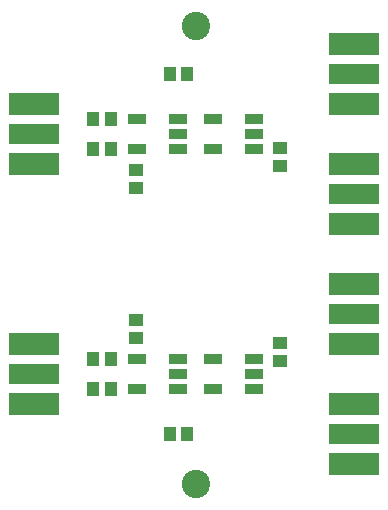
<source format=gts>
G04*
G04 #@! TF.GenerationSoftware,Altium Limited,Altium Designer,24.4.1 (13)*
G04*
G04 Layer_Color=8388736*
%FSLAX25Y25*%
%MOIN*%
G70*
G04*
G04 #@! TF.SameCoordinates,70BA40AD-3E04-444A-AD5C-AF6B0887806A*
G04*
G04*
G04 #@! TF.FilePolarity,Negative*
G04*
G01*
G75*
%ADD14R,0.06312X0.03792*%
%ADD15R,0.16800X0.06800*%
%ADD16R,0.16800X0.07800*%
%ADD17R,0.05131X0.03950*%
%ADD18R,0.03950X0.05131*%
%ADD19R,0.05131X0.03950*%
%ADD20R,0.03950X0.05131*%
%ADD21C,0.09461*%
D14*
X-33295Y-15000D02*
D03*
Y-20000D02*
D03*
Y-25000D02*
D03*
X-46799D02*
D03*
Y-15000D02*
D03*
X-33295Y-95000D02*
D03*
Y-100000D02*
D03*
Y-105000D02*
D03*
X-46799D02*
D03*
Y-95000D02*
D03*
X-58610Y-15000D02*
D03*
Y-20000D02*
D03*
Y-25000D02*
D03*
X-72114D02*
D03*
Y-15000D02*
D03*
X-58610Y-95000D02*
D03*
Y-100000D02*
D03*
Y-105000D02*
D03*
X-72114D02*
D03*
Y-95000D02*
D03*
D15*
X-106362Y-20000D02*
D03*
Y-100000D02*
D03*
X0Y-40000D02*
D03*
Y-80000D02*
D03*
Y0D02*
D03*
Y-120000D02*
D03*
D16*
X-106362Y-30000D02*
D03*
Y-10000D02*
D03*
Y-110000D02*
D03*
Y-90000D02*
D03*
X0Y-50000D02*
D03*
Y-30000D02*
D03*
Y-90000D02*
D03*
Y-70000D02*
D03*
Y-10000D02*
D03*
Y10000D02*
D03*
Y-130000D02*
D03*
Y-110000D02*
D03*
D17*
X-24547Y-30453D02*
D03*
Y-24547D02*
D03*
X-24547Y-89547D02*
D03*
Y-95453D02*
D03*
D18*
X-61315Y0D02*
D03*
X-55409D02*
D03*
X-61315Y-120000D02*
D03*
X-55409D02*
D03*
D19*
X-72362Y-32047D02*
D03*
Y-37953D02*
D03*
Y-87953D02*
D03*
Y-82047D02*
D03*
D20*
X-86815Y-25000D02*
D03*
X-80909D02*
D03*
X-86815Y-15000D02*
D03*
X-80909D02*
D03*
X-86815Y-95000D02*
D03*
X-80909D02*
D03*
X-86815Y-105000D02*
D03*
X-80909D02*
D03*
D21*
X-52521Y-136500D02*
D03*
X-52427Y16000D02*
D03*
M02*

</source>
